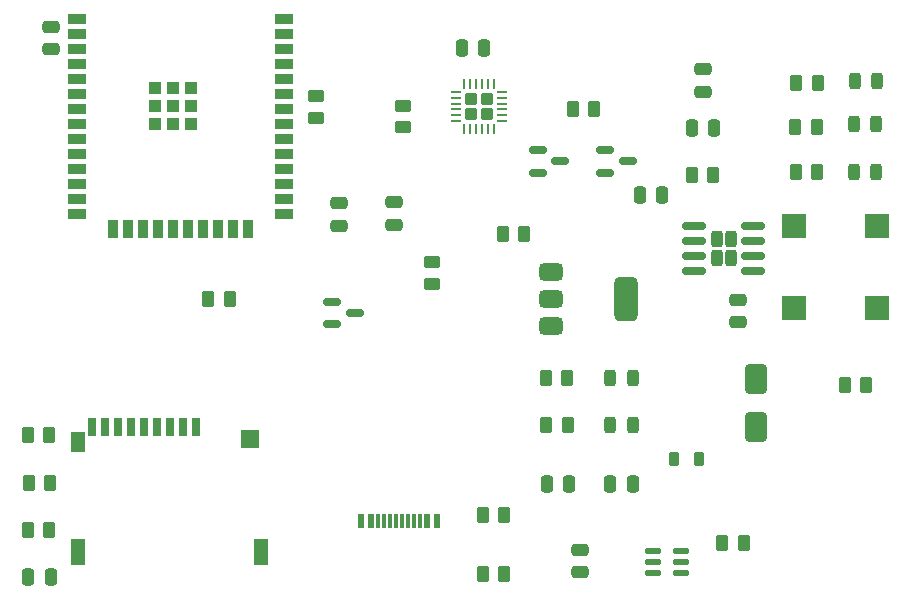
<source format=gtp>
%TF.GenerationSoftware,KiCad,Pcbnew,9.0.4*%
%TF.CreationDate,2025-10-24T17:45:02+05:30*%
%TF.ProjectId,waterlevel project1,77617465-726c-4657-9665-6c2070726f6a,rev?*%
%TF.SameCoordinates,Original*%
%TF.FileFunction,Paste,Top*%
%TF.FilePolarity,Positive*%
%FSLAX46Y46*%
G04 Gerber Fmt 4.6, Leading zero omitted, Abs format (unit mm)*
G04 Created by KiCad (PCBNEW 9.0.4) date 2025-10-24 17:45:02*
%MOMM*%
%LPD*%
G01*
G04 APERTURE LIST*
G04 Aperture macros list*
%AMRoundRect*
0 Rectangle with rounded corners*
0 $1 Rounding radius*
0 $2 $3 $4 $5 $6 $7 $8 $9 X,Y pos of 4 corners*
0 Add a 4 corners polygon primitive as box body*
4,1,4,$2,$3,$4,$5,$6,$7,$8,$9,$2,$3,0*
0 Add four circle primitives for the rounded corners*
1,1,$1+$1,$2,$3*
1,1,$1+$1,$4,$5*
1,1,$1+$1,$6,$7*
1,1,$1+$1,$8,$9*
0 Add four rect primitives between the rounded corners*
20,1,$1+$1,$2,$3,$4,$5,0*
20,1,$1+$1,$4,$5,$6,$7,0*
20,1,$1+$1,$6,$7,$8,$9,0*
20,1,$1+$1,$8,$9,$2,$3,0*%
G04 Aperture macros list end*
%ADD10RoundRect,0.250000X-0.250000X-0.475000X0.250000X-0.475000X0.250000X0.475000X-0.250000X0.475000X0*%
%ADD11RoundRect,0.250000X-0.262500X-0.450000X0.262500X-0.450000X0.262500X0.450000X-0.262500X0.450000X0*%
%ADD12RoundRect,0.243750X-0.243750X-0.456250X0.243750X-0.456250X0.243750X0.456250X-0.243750X0.456250X0*%
%ADD13RoundRect,0.150000X-0.587500X-0.150000X0.587500X-0.150000X0.587500X0.150000X-0.587500X0.150000X0*%
%ADD14RoundRect,0.250000X0.475000X-0.250000X0.475000X0.250000X-0.475000X0.250000X-0.475000X-0.250000X0*%
%ADD15RoundRect,0.250000X0.250000X0.475000X-0.250000X0.475000X-0.250000X-0.475000X0.250000X-0.475000X0*%
%ADD16R,0.700000X1.600000*%
%ADD17R,1.200000X1.800000*%
%ADD18R,1.600000X1.500000*%
%ADD19R,1.200000X2.200000*%
%ADD20RoundRect,0.147500X0.537500X0.147500X-0.537500X0.147500X-0.537500X-0.147500X0.537500X-0.147500X0*%
%ADD21RoundRect,0.243750X0.243750X0.456250X-0.243750X0.456250X-0.243750X-0.456250X0.243750X-0.456250X0*%
%ADD22RoundRect,0.375000X-0.625000X-0.375000X0.625000X-0.375000X0.625000X0.375000X-0.625000X0.375000X0*%
%ADD23RoundRect,0.500000X-0.500000X-1.400000X0.500000X-1.400000X0.500000X1.400000X-0.500000X1.400000X0*%
%ADD24RoundRect,0.250000X-0.475000X0.250000X-0.475000X-0.250000X0.475000X-0.250000X0.475000X0.250000X0*%
%ADD25R,2.000000X2.000000*%
%ADD26RoundRect,0.250000X-0.255000X-0.440000X0.255000X-0.440000X0.255000X0.440000X-0.255000X0.440000X0*%
%ADD27RoundRect,0.150000X-0.825000X-0.150000X0.825000X-0.150000X0.825000X0.150000X-0.825000X0.150000X0*%
%ADD28RoundRect,0.250000X-0.450000X0.262500X-0.450000X-0.262500X0.450000X-0.262500X0.450000X0.262500X0*%
%ADD29R,0.590000X1.150000*%
%ADD30R,0.298000X1.150000*%
%ADD31RoundRect,0.250000X0.450000X-0.262500X0.450000X0.262500X-0.450000X0.262500X-0.450000X-0.262500X0*%
%ADD32RoundRect,0.250000X-0.650000X1.000000X-0.650000X-1.000000X0.650000X-1.000000X0.650000X1.000000X0*%
%ADD33R,1.500000X0.900000*%
%ADD34R,0.900000X1.500000*%
%ADD35R,1.050000X1.050000*%
%ADD36RoundRect,0.218750X-0.218750X-0.381250X0.218750X-0.381250X0.218750X0.381250X-0.218750X0.381250X0*%
%ADD37RoundRect,0.250000X0.262500X0.450000X-0.262500X0.450000X-0.262500X-0.450000X0.262500X-0.450000X0*%
%ADD38RoundRect,0.250000X0.275000X-0.275000X0.275000X0.275000X-0.275000X0.275000X-0.275000X-0.275000X0*%
%ADD39RoundRect,0.062500X0.062500X-0.350000X0.062500X0.350000X-0.062500X0.350000X-0.062500X-0.350000X0*%
%ADD40RoundRect,0.062500X0.350000X-0.062500X0.350000X0.062500X-0.350000X0.062500X-0.350000X-0.062500X0*%
G04 APERTURE END LIST*
D10*
%TO.C,C1*%
X85982800Y-121208800D03*
X87882800Y-121208800D03*
%TD*%
D11*
%TO.C,R18*%
X107061000Y-94792800D03*
X108886000Y-94792800D03*
%TD*%
D12*
%TO.C,D2*%
X91386400Y-116242600D03*
X93261400Y-116242600D03*
%TD*%
%TO.C,D1*%
X91386400Y-112242600D03*
X93261400Y-112242600D03*
%TD*%
D13*
%TO.C,Q3*%
X67848000Y-105806200D03*
X67848000Y-107706200D03*
X69723000Y-106756200D03*
%TD*%
D11*
%TO.C,R8*%
X111215100Y-112868200D03*
X113040100Y-112868200D03*
%TD*%
D14*
%TO.C,C10*%
X73050400Y-99283600D03*
X73050400Y-97383600D03*
%TD*%
%TO.C,C9*%
X68376800Y-99359800D03*
X68376800Y-97459800D03*
%TD*%
D11*
%TO.C,R7*%
X100863400Y-126212600D03*
X102688400Y-126212600D03*
%TD*%
%TO.C,R11*%
X88188800Y-89453800D03*
X90013800Y-89453800D03*
%TD*%
D14*
%TO.C,C12_BYP1*%
X44000000Y-84400000D03*
X44000000Y-82500000D03*
%TD*%
D11*
%TO.C,R2*%
X85932000Y-116255800D03*
X87757000Y-116255800D03*
%TD*%
%TO.C,R12*%
X82274400Y-100025200D03*
X84099400Y-100025200D03*
%TD*%
D15*
%TO.C,C8_BYP1*%
X80716200Y-84328000D03*
X78816200Y-84328000D03*
%TD*%
%TO.C,C2*%
X93286400Y-121242600D03*
X91386400Y-121242600D03*
%TD*%
D11*
%TO.C,R17*%
X42051200Y-125104400D03*
X43876200Y-125104400D03*
%TD*%
D16*
%TO.C,J3*%
X56301200Y-116354400D03*
X55201200Y-116354400D03*
X54101200Y-116354400D03*
X53001200Y-116354400D03*
X51901200Y-116354400D03*
X50801200Y-116354400D03*
X49701200Y-116354400D03*
X48601200Y-116354400D03*
X47501200Y-116354400D03*
D17*
X46301200Y-117654400D03*
D18*
X60901200Y-117404400D03*
D19*
X46301200Y-126954400D03*
X61801200Y-126954400D03*
%TD*%
D14*
%TO.C,C6*%
X102226200Y-107519800D03*
X102226200Y-105619800D03*
%TD*%
D10*
%TO.C,C4*%
X98276200Y-91069800D03*
X100176200Y-91069800D03*
%TD*%
D20*
%TO.C,U3*%
X97336000Y-128773000D03*
X97336000Y-127823000D03*
X97336000Y-126873000D03*
X94996000Y-126873000D03*
X94996000Y-127823000D03*
X94996000Y-128773000D03*
%TD*%
D10*
%TO.C,C11*%
X42101200Y-129104400D03*
X44001200Y-129104400D03*
%TD*%
D11*
%TO.C,R9*%
X80564300Y-123816200D03*
X82389300Y-123816200D03*
%TD*%
D21*
%TO.C,D7*%
X113990600Y-87122000D03*
X112115600Y-87122000D03*
%TD*%
D22*
%TO.C,U1*%
X86386400Y-103242600D03*
X86386400Y-105542600D03*
D23*
X92686400Y-105542600D03*
D22*
X86386400Y-107842600D03*
%TD*%
D15*
%TO.C,C7*%
X95756900Y-96753800D03*
X93856900Y-96753800D03*
%TD*%
D24*
%TO.C,C5*%
X88798400Y-126796800D03*
X88798400Y-128696800D03*
%TD*%
D25*
%TO.C,BZ1*%
X106941600Y-99343400D03*
X106941600Y-106343400D03*
X113941600Y-106343400D03*
X113941600Y-99343400D03*
%TD*%
D13*
%TO.C,Q1*%
X90957400Y-92964000D03*
X90957400Y-94864000D03*
X92832400Y-93914000D03*
%TD*%
%TO.C,Q2*%
X85242400Y-92959000D03*
X85242400Y-94859000D03*
X87117400Y-93909000D03*
%TD*%
D21*
%TO.C,D5*%
X113863600Y-94818200D03*
X111988600Y-94818200D03*
%TD*%
D11*
%TO.C,R22*%
X80564300Y-128816200D03*
X82389300Y-128816200D03*
%TD*%
D26*
%TO.C,U2*%
X100376200Y-100444800D03*
X100376200Y-102094800D03*
X101576200Y-100444800D03*
X101576200Y-102094800D03*
D27*
X98501200Y-99364800D03*
X98501200Y-100634800D03*
X98501200Y-101904800D03*
X98501200Y-103174800D03*
X103451200Y-103174800D03*
X103451200Y-101904800D03*
X103451200Y-100634800D03*
X103451200Y-99364800D03*
%TD*%
D28*
%TO.C,R13*%
X73812400Y-89179400D03*
X73812400Y-91004400D03*
%TD*%
D29*
%TO.C,J4*%
X70276800Y-124391200D03*
X71076800Y-124391200D03*
D30*
X72226800Y-124391200D03*
X73226800Y-124391200D03*
X73726800Y-124391200D03*
X74726800Y-124391200D03*
D29*
X76676800Y-124391200D03*
X75876800Y-124391200D03*
D30*
X75226800Y-124391200D03*
X74226800Y-124391200D03*
X72726800Y-124391200D03*
X71726800Y-124391200D03*
%TD*%
D28*
%TO.C,R14*%
X66421000Y-88366600D03*
X66421000Y-90191600D03*
%TD*%
D14*
%TO.C,C3*%
X99226200Y-88019800D03*
X99226200Y-86119800D03*
%TD*%
D11*
%TO.C,R20*%
X107137200Y-87249000D03*
X108962200Y-87249000D03*
%TD*%
D31*
%TO.C,R3*%
X76250800Y-104288600D03*
X76250800Y-102463600D03*
%TD*%
D11*
%TO.C,R19*%
X107010200Y-90957400D03*
X108835200Y-90957400D03*
%TD*%
%TO.C,R21*%
X57353200Y-105537000D03*
X59178200Y-105537000D03*
%TD*%
D32*
%TO.C,D4*%
X103745600Y-112366800D03*
X103745600Y-116366800D03*
%TD*%
D33*
%TO.C,U4*%
X46250000Y-81865000D03*
X46250000Y-83135000D03*
X46250000Y-84405000D03*
X46250000Y-85675000D03*
X46250000Y-86945000D03*
X46250000Y-88215000D03*
X46250000Y-89485000D03*
X46250000Y-90755000D03*
X46250000Y-92025000D03*
X46250000Y-93295000D03*
X46250000Y-94565000D03*
X46250000Y-95835000D03*
X46250000Y-97105000D03*
X46250000Y-98375000D03*
D34*
X49290000Y-99625000D03*
X50560000Y-99625000D03*
X51830000Y-99625000D03*
X53100000Y-99625000D03*
X54370000Y-99625000D03*
X55640000Y-99625000D03*
X56910000Y-99625000D03*
X58180000Y-99625000D03*
X59450000Y-99625000D03*
X60720000Y-99625000D03*
D33*
X63750000Y-98375000D03*
X63750000Y-97105000D03*
X63750000Y-95835000D03*
X63750000Y-94565000D03*
X63750000Y-93295000D03*
X63750000Y-92025000D03*
X63750000Y-90755000D03*
X63750000Y-89485000D03*
X63750000Y-88215000D03*
X63750000Y-86945000D03*
X63750000Y-85675000D03*
X63750000Y-84405000D03*
X63750000Y-83135000D03*
X63750000Y-81865000D03*
D35*
X52795000Y-87680000D03*
X52795000Y-89205000D03*
X52795000Y-90730000D03*
X54320000Y-87680000D03*
X54320000Y-89205000D03*
X54320000Y-90730000D03*
X55845000Y-87680000D03*
X55845000Y-89205000D03*
X55845000Y-90730000D03*
%TD*%
D11*
%TO.C,R16*%
X42138700Y-121104400D03*
X43963700Y-121104400D03*
%TD*%
D21*
%TO.C,D6*%
X113889000Y-90779600D03*
X112014000Y-90779600D03*
%TD*%
D36*
%TO.C,L1*%
X96748600Y-119126000D03*
X98873600Y-119126000D03*
%TD*%
D11*
%TO.C,R4*%
X98276200Y-95069800D03*
X100101200Y-95069800D03*
%TD*%
D37*
%TO.C,R1*%
X87731600Y-112217200D03*
X85906600Y-112217200D03*
%TD*%
D38*
%TO.C,U6*%
X79614000Y-89905600D03*
X80914000Y-89905600D03*
X79614000Y-88605600D03*
X80914000Y-88605600D03*
D39*
X79014000Y-91193100D03*
X79514000Y-91193100D03*
X80014000Y-91193100D03*
X80514000Y-91193100D03*
X81014000Y-91193100D03*
X81514000Y-91193100D03*
D40*
X82201500Y-90505600D03*
X82201500Y-90005600D03*
X82201500Y-89505600D03*
X82201500Y-89005600D03*
X82201500Y-88505600D03*
X82201500Y-88005600D03*
D39*
X81514000Y-87318100D03*
X81014000Y-87318100D03*
X80514000Y-87318100D03*
X80014000Y-87318100D03*
X79514000Y-87318100D03*
X79014000Y-87318100D03*
D40*
X78326500Y-88005600D03*
X78326500Y-88505600D03*
X78326500Y-89005600D03*
X78326500Y-89505600D03*
X78326500Y-90005600D03*
X78326500Y-90505600D03*
%TD*%
D11*
%TO.C,R15*%
X42051200Y-117104400D03*
X43876200Y-117104400D03*
%TD*%
M02*

</source>
